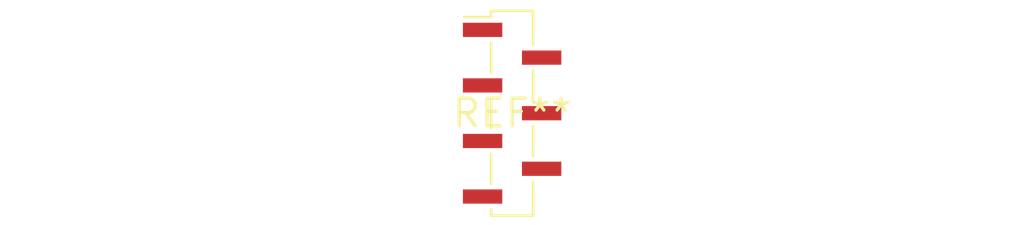
<source format=kicad_pcb>
(kicad_pcb (version 20240108) (generator pcbnew)
  (layers (0 "F.Cu" signal) (31 "B.Cu" signal) (34 "B.Paste" user) (35 "F.Paste" user) (36 "B.SilkS" user "B.Silkscreen") (37 "F.SilkS" user "F.Silkscreen") (38 "B.Mask" user) (39 "F.Mask" user) (44 "Edge.Cuts" user))
  (net 0 "")
  (footprint "PinSocket_1x07_P1.27mm_Vertical_SMD_Pin1Left" (layer "F.Cu") (at 0 0)
    (property "Reference" "REF**")
    (property "Value" "PinSocket_1x07_P1.27mm_Vertical_SMD_Pin1Left")
    (fp_line (start -2.19 -4.395) (end -0.96 -4.395) (layer "F.SilkS") (stroke (width 0.12)))
    (fp_line (start -0.96 -4.68) (end -0.96 -4.395) (layer "F.SilkS") (stroke (width 0.12)))
    (fp_line (start -0.96 -4.68) (end 0.96 -4.68) (layer "F.SilkS") (stroke (width 0.12)))
    (fp_line (start -0.96 -3.225) (end -0.96 -1.855) (layer "F.SilkS") (stroke (width 0.12)))
    (fp_line (start -0.96 -0.685) (end -0.96 0.685) (layer "F.SilkS") (stroke (width 0.12)))
    (fp_line (start -0.96 1.855) (end -0.96 3.225) (layer "F.SilkS") (stroke (width 0.12)))
    (fp_line (start -0.96 4.395) (end -0.96 4.68) (layer "F.SilkS") (stroke (width 0.12)))
    (fp_line (start -0.96 4.68) (end 0.96 4.68) (layer "F.SilkS") (stroke (width 0.12)))
    (fp_line (start 0.96 -4.68) (end 0.96 -3.125) (layer "F.SilkS") (stroke (width 0.12)))
    (fp_line (start 0.96 -1.955) (end 0.96 -0.585) (layer "F.SilkS") (stroke (width 0.12)))
    (fp_line (start 0.96 0.585) (end 0.96 1.955) (layer "F.SilkS") (stroke (width 0.12)))
    (fp_line (start 0.96 3.125) (end 0.96 4.68) (layer "F.SilkS") (stroke (width 0.12)))
    (pad "1" smd rect (at -1.35 -3.81) (size 1.8 0.65) (layers "F.Cu" "F.Paste" "F.Mask"))
    (pad "2" smd rect (at 1.35 -2.54) (size 1.8 0.65) (layers "F.Cu" "F.Paste" "F.Mask"))
    (pad "3" smd rect (at -1.35 -1.27) (size 1.8 0.65) (layers "F.Cu" "F.Paste" "F.Mask"))
    (pad "4" smd rect (at 1.35 0) (size 1.8 0.65) (layers "F.Cu" "F.Paste" "F.Mask"))
    (pad "5" smd rect (at -1.35 1.27) (size 1.8 0.65) (layers "F.Cu" "F.Paste" "F.Mask"))
    (pad "6" smd rect (at 1.35 2.54) (size 1.8 0.65) (layers "F.Cu" "F.Paste" "F.Mask"))
    (pad "7" smd rect (at -1.35 3.81) (size 1.8 0.65) (layers "F.Cu" "F.Paste" "F.Mask"))
  )
)
</source>
